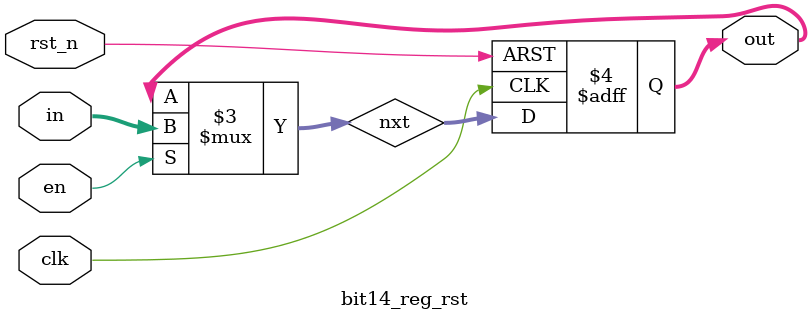
<source format=v>

module bit14_reg_rst(in, out, clk, en, rst_n);

	input [13:0] in;
	input clk;
	input en;
	input rst_n;

	output reg [13:0] out;

	wire [13:0] nxt;

	always @(posedge clk or negedge rst_n) begin
		if(~rst_n)		
			out <= 14'h0000;
		else
			out <= nxt;			
	end
	assign nxt = (en) ? in : out;

endmodule

</source>
